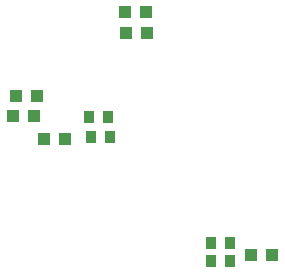
<source format=gbr>
%TF.GenerationSoftware,KiCad,Pcbnew,(5.1.6)-1*%
%TF.CreationDate,2020-08-15T20:42:22+02:00*%
%TF.ProjectId,teensypcbn,7465656e-7379-4706-9362-6e2e6b696361,rev?*%
%TF.SameCoordinates,Original*%
%TF.FileFunction,Paste,Bot*%
%TF.FilePolarity,Positive*%
%FSLAX46Y46*%
G04 Gerber Fmt 4.6, Leading zero omitted, Abs format (unit mm)*
G04 Created by KiCad (PCBNEW (5.1.6)-1) date 2020-08-15 20:42:22*
%MOMM*%
%LPD*%
G01*
G04 APERTURE LIST*
%ADD10R,0.995000X1.000000*%
%ADD11R,0.820000X1.000000*%
G04 APERTURE END LIST*
D10*
%TO.C,C1*%
X150382500Y-85480000D03*
X152157500Y-85480000D03*
%TD*%
%TO.C,C2*%
X152252501Y-87234999D03*
X150477501Y-87234999D03*
%TD*%
%TO.C,C3*%
X142667500Y-94270000D03*
X140892500Y-94270000D03*
%TD*%
%TO.C,C4*%
X141187501Y-92574999D03*
X142962501Y-92574999D03*
%TD*%
%TO.C,C5*%
X145297500Y-96190000D03*
X143522500Y-96190000D03*
%TD*%
%TO.C,C6*%
X162887500Y-106000000D03*
X161112500Y-106000000D03*
%TD*%
D11*
%TO.C,R1*%
X147510000Y-96060000D03*
X149110000Y-96060000D03*
%TD*%
%TO.C,R2*%
X148940000Y-94320000D03*
X147340000Y-94320000D03*
%TD*%
%TO.C,R3*%
X159300000Y-106500000D03*
X157700000Y-106500000D03*
%TD*%
%TO.C,R4*%
X157700000Y-105000000D03*
X159300000Y-105000000D03*
%TD*%
M02*

</source>
